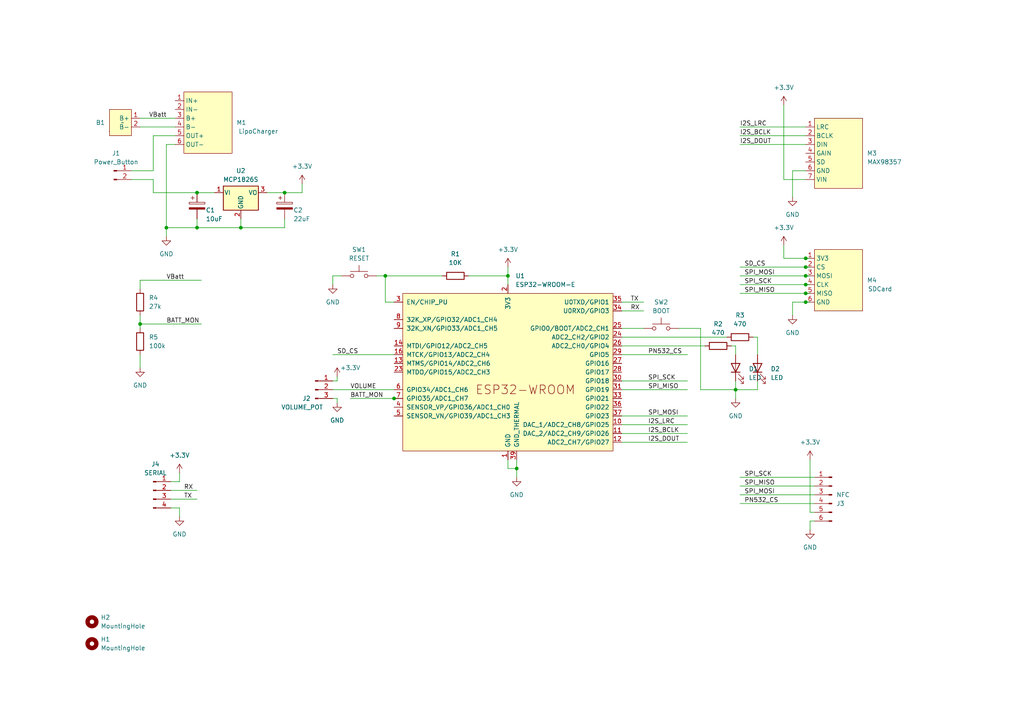
<source format=kicad_sch>
(kicad_sch (version 20231120) (generator "eeschema") (generator_version "8.0")
  (paper "A4")
  (lib_symbols
    (symbol "Connector:Conn_01x02_Pin" (pin_names (offset 1.016) hide)
      (property "Reference" "J" (at 0 2.54 0))
      (property "Value" "Conn_01x02_Pin" (at 0 -5.08 0))
      (symbol "Conn_01x02_Pin_1_1"
        (polyline (pts (xy 1.27 -2.54) (xy 0.8636 -2.54)) (stroke (width 0.1524)))
        (polyline (pts (xy 1.27 0) (xy 0.8636 0)) (stroke (width 0.1524)))
        (rectangle (start 0.8636 -2.413) (end 0 -2.667) (stroke (width 0.1524)) (fill (type outline)))
        (rectangle (start 0.8636 0.127) (end 0 -0.127) (stroke (width 0.1524)) (fill (type outline)))
        (pin passive line (at 5.08 0 180) (length 3.81) (name "Pin_1") (number "1"))
        (pin passive line (at 5.08 -2.54 180) (length 3.81) (name "Pin_2") (number "2"))
      )
    )
    (symbol "Connector:Conn_01x03_Pin" (pin_names (offset 1.016) hide)
      (property "Reference" "J" (at 0 5.08 0))
      (property "Value" "Conn_01x03_Pin" (at 0 -5.08 0))
      (symbol "Conn_01x03_Pin_1_1"
        (polyline (pts (xy 1.27 -2.54) (xy 0.8636 -2.54)) (stroke (width 0.1524)))
        (polyline (pts (xy 1.27 0) (xy 0.8636 0)) (stroke (width 0.1524)))
        (polyline (pts (xy 1.27 2.54) (xy 0.8636 2.54)) (stroke (width 0.1524)))
        (rectangle (start 0.8636 -2.413) (end 0 -2.667) (stroke (width 0.1524)) (fill (type outline)))
        (rectangle (start 0.8636 0.127) (end 0 -0.127) (stroke (width 0.1524)) (fill (type outline)))
        (rectangle (start 0.8636 2.667) (end 0 2.413) (stroke (width 0.1524)) (fill (type outline)))
        (pin passive line (at 5.08 2.54 180) (length 3.81) (name "Pin_1") (number "1"))
        (pin passive line (at 5.08 0 180) (length 3.81) (name "Pin_2") (number "2"))
        (pin passive line (at 5.08 -2.54 180) (length 3.81) (name "Pin_3") (number "3"))
      )
    )
    (symbol "Connector:Conn_01x04_Pin" (pin_names (offset 1.016) hide)
      (property "Reference" "J" (at 0 5.08 0))
      (property "Value" "Conn_01x04_Pin" (at 0 -7.62 0))
      (symbol "Conn_01x04_Pin_1_1"
        (polyline (pts (xy 1.27 -5.08) (xy 0.8636 -5.08)) (stroke (width 0.1524)))
        (polyline (pts (xy 1.27 -2.54) (xy 0.8636 -2.54)) (stroke (width 0.1524)))
        (polyline (pts (xy 1.27 0) (xy 0.8636 0)) (stroke (width 0.1524)))
        (polyline (pts (xy 1.27 2.54) (xy 0.8636 2.54)) (stroke (width 0.1524)))
        (rectangle (start 0.8636 -4.953) (end 0 -5.207) (stroke (width 0.1524)) (fill (type outline)))
        (rectangle (start 0.8636 -2.413) (end 0 -2.667) (stroke (width 0.1524)) (fill (type outline)))
        (rectangle (start 0.8636 0.127) (end 0 -0.127) (stroke (width 0.1524)) (fill (type outline)))
        (rectangle (start 0.8636 2.667) (end 0 2.413) (stroke (width 0.1524)) (fill (type outline)))
        (pin passive line (at 5.08 2.54 180) (length 3.81) (name "Pin_1") (number "1"))
        (pin passive line (at 5.08 0 180) (length 3.81) (name "Pin_2") (number "2"))
        (pin passive line (at 5.08 -2.54 180) (length 3.81) (name "Pin_3") (number "3"))
        (pin passive line (at 5.08 -5.08 180) (length 3.81) (name "Pin_4") (number "4"))
      )
    )
    (symbol "Connector:Conn_01x06_Pin" (pin_names (offset 1.016) hide)
      (property "Reference" "J" (at 0 7.62 0))
      (property "Value" "Conn_01x06_Pin" (at 0 -10.16 0))
      (symbol "Conn_01x06_Pin_1_1"
        (polyline (pts (xy 1.27 -7.62) (xy 0.8636 -7.62)) (stroke (width 0.1524)))
        (polyline (pts (xy 1.27 -5.08) (xy 0.8636 -5.08)) (stroke (width 0.1524)))
        (polyline (pts (xy 1.27 -2.54) (xy 0.8636 -2.54)) (stroke (width 0.1524)))
        (polyline (pts (xy 1.27 0) (xy 0.8636 0)) (stroke (width 0.1524)))
        (polyline (pts (xy 1.27 2.54) (xy 0.8636 2.54)) (stroke (width 0.1524)))
        (polyline (pts (xy 1.27 5.08) (xy 0.8636 5.08)) (stroke (width 0.1524)))
        (rectangle (start 0.8636 -7.493) (end 0 -7.747) (stroke (width 0.1524)) (fill (type outline)))
        (rectangle (start 0.8636 -4.953) (end 0 -5.207) (stroke (width 0.1524)) (fill (type outline)))
        (rectangle (start 0.8636 -2.413) (end 0 -2.667) (stroke (width 0.1524)) (fill (type outline)))
        (rectangle (start 0.8636 0.127) (end 0 -0.127) (stroke (width 0.1524)) (fill (type outline)))
        (rectangle (start 0.8636 2.667) (end 0 2.413) (stroke (width 0.1524)) (fill (type outline)))
        (rectangle (start 0.8636 5.207) (end 0 4.953) (stroke (width 0.1524)) (fill (type outline)))
        (pin passive line (at 5.08 5.08 180) (length 3.81) (name "Pin_1") (number "1"))
        (pin passive line (at 5.08 2.54 180) (length 3.81) (name "Pin_2") (number "2"))
        (pin passive line (at 5.08 0 180) (length 3.81) (name "Pin_3") (number "3"))
        (pin passive line (at 5.08 -2.54 180) (length 3.81) (name "Pin_4") (number "4"))
        (pin passive line (at 5.08 -5.08 180) (length 3.81) (name "Pin_5") (number "5"))
        (pin passive line (at 5.08 -7.62 180) (length 3.81) (name "Pin_6") (number "6"))
      )
    )
    (symbol "Device:C_Polarized" (pin_numbers hide) (pin_names (offset 0.254))
      (property "Reference" "C" (at 0.635 2.54 0))
      (property "Value" "C_Polarized" (at 0.635 -2.54 0))
      (symbol "C_Polarized_0_1"
        (rectangle (start -2.286 0.508) (end 2.286 1.016))
        (polyline (pts (xy -1.778 2.286) (xy -0.762 2.286)))
        (polyline (pts (xy -1.27 2.794) (xy -1.27 1.778)))
        (rectangle (start 2.286 -0.508) (end -2.286 -1.016) (fill (type outline)))
      )
      (symbol "C_Polarized_1_1"
        (pin passive line (at 0 3.81 270) (length 2.794) (name "~") (number "1"))
        (pin passive line (at 0 -3.81 90) (length 2.794) (name "~") (number "2"))
      )
    )
    (symbol "Device:LED" (pin_numbers hide) (pin_names (offset 1.016) hide)
      (property "Reference" "D" (at 0 2.54 0))
      (property "Value" "LED" (at 0 -2.54 0))
      (symbol "LED_0_1"
        (polyline (pts (xy -1.27 -1.27) (xy -1.27 1.27)) (stroke (width 0.254)))
        (polyline (pts (xy -1.27 0) (xy 1.27 0)))
        (polyline (pts (xy 1.27 -1.27) (xy 1.27 1.27) (xy -1.27 0) (xy 1.27 -1.27)) (stroke (width 0.254)))
        (polyline (pts (xy -3.048 -0.762) (xy -4.572 -2.286) (xy -3.81 -2.286) (xy -4.572 -2.286) (xy -4.572 -1.524)))
        (polyline (pts (xy -1.778 -0.762) (xy -3.302 -2.286) (xy -2.54 -2.286) (xy -3.302 -2.286) (xy -3.302 -1.524)))
      )
      (symbol "LED_1_1"
        (pin passive line (at -3.81 0 0) (length 2.54) (name "K") (number "1"))
        (pin passive line (at 3.81 0 180) (length 2.54) (name "A") (number "2"))
      )
    )
    (symbol "Device:R" (pin_numbers hide) (pin_names (offset 0))
      (property "Reference" "R" (at 2.032 0 90))
      (property "Value" "R" (at 0 0 90))
      (symbol "R_0_1"
        (rectangle (start -1.016 -2.54) (end 1.016 2.54) (stroke (width 0.254)))
      )
      (symbol "R_1_1"
        (pin passive line (at 0 3.81 270) (length 1.27) (name "~") (number "1"))
        (pin passive line (at 0 -3.81 90) (length 1.27) (name "~") (number "2"))
      )
    )
    (symbol "LD:Battery_Holder"
      (property "Reference" "B" (at 2.54 5.08 0))
      (symbol "Battery_Holder_0_1"
        (rectangle (start 3.81 -2.54) (end 3.81 -2.54))
        (rectangle (start 3.81 -2.54) (end 3.81 -2.54))
      )
      (symbol "Battery_Holder_1_1"
        (rectangle (start -2.54 3.81) (end 3.81 -3.81) (fill (type background)))
        (pin output line (at -5.08 1.27 0) (length 2.54) (name "B+") (number "1"))
        (pin output line (at -5.08 -1.27 0) (length 2.54) (name "B-") (number "2"))
      )
    )
    (symbol "LD:LipoCharger_Module"
      (property "Reference" "M" (at 5.08 10.16 0))
      (symbol "LipoCharger_Module_1_1"
        (rectangle (start -6.35 8.89) (end 7.62 -8.89) (fill (type background)))
        (pin input line (at -8.89 6.35 0) (length 2.54) (name "IN+") (number "1"))
        (pin input line (at -8.89 3.81 0) (length 2.54) (name "IN-") (number "2"))
        (pin input line (at -8.89 1.27 0) (length 2.54) (name "B+") (number "3"))
        (pin input line (at -8.89 -1.27 0) (length 2.54) (name "B-") (number "4"))
        (pin output line (at -8.89 -3.81 0) (length 2.54) (name "OUT+") (number "5"))
        (pin input line (at -8.89 -6.35 0) (length 2.54) (name "OUT-") (number "6"))
      )
    )
    (symbol "LD:MAX98357_Module"
      (property "Reference" "M" (at 5.08 10.16 0))
      (symbol "MAX98357_Module_1_1"
        (rectangle (start -6.35 8.89) (end 7.62 -11.43) (fill (type background)))
        (pin input line (at -8.89 6.35 0) (length 2.54) (name "LRC") (number "1"))
        (pin input line (at -8.89 3.81 0) (length 2.54) (name "BCLK") (number "2"))
        (pin input line (at -8.89 1.27 0) (length 2.54) (name "DIN") (number "3"))
        (pin input line (at -8.89 -1.27 0) (length 2.54) (name "GAIN") (number "4"))
        (pin input line (at -8.89 -3.81 0) (length 2.54) (name "SD") (number "5"))
        (pin input line (at -8.89 -6.35 0) (length 2.54) (name "GND") (number "6"))
        (pin input line (at -8.89 -8.89 0) (length 2.54) (name "VIN") (number "7"))
      )
    )
    (symbol "LD:MicroSD_Module"
      (property "Reference" "M" (at 5.08 10.16 0))
      (symbol "MicroSD_Module_1_1"
        (rectangle (start -5.08 8.89) (end 8.89 -8.89) (fill (type background)))
        (pin input line (at -7.62 6.35 0) (length 2.54) (name "3V3") (number "1"))
        (pin input line (at -7.62 3.81 0) (length 2.54) (name "CS") (number "2"))
        (pin input line (at -7.62 1.27 0) (length 2.54) (name "MOSI") (number "3"))
        (pin input line (at -7.62 -1.27 0) (length 2.54) (name "CLK") (number "4"))
        (pin output line (at -7.62 -3.81 0) (length 2.54) (name "MISO") (number "5"))
        (pin input line (at -7.62 -6.35 0) (length 2.54) (name "GND") (number "6"))
      )
    )
    (symbol "Mechanical:MountingHole" (pin_names (offset 1.016))
      (property "Reference" "H" (at 0 5.08 0))
      (property "Value" "MountingHole" (at 0 3.175 0))
      (symbol "MountingHole_0_1"
        (circle (center 0 0) (radius 1.27) (stroke (width 1.27)))
      )
    )
    (symbol "PCM_Espressif:ESP32-WROOM-E" (pin_names (offset 1.016))
      (property "Reference" "U" (at -30.48 27.94 0))
      (property "Value" "ESP32-WROOM-E" (at -30.48 25.4 0))
      (symbol "ESP32-WROOM-E_0_1"
        (rectangle (start -30.48 22.86) (end 30.48 -22.86) (fill (type background)))
      )
      (symbol "ESP32-WROOM-E_1_1"
        (text "ESP32-­WROOM­" (at 5.08 -5.08 0) (effects (font (size 2.54 2.54))))
        (pin power_in line (at 0 -25.4 90) (length 2.54) (name "GND") (number "1"))
        (pin bidirectional line (at 33.02 -15.24 180) (length 2.54) (name "DAC_1/ADC2_CH8/GPIO25") (number "10"))
        (pin bidirectional line (at 33.02 -17.78 180) (length 2.54) (name "DAC_2/ADC2_CH9/GPIO26") (number "11"))
        (pin bidirectional line (at 33.02 -20.32 180) (length 2.54) (name "ADC2_CH7/GPIO27") (number "12"))
        (pin bidirectional line (at -33.02 2.54 0) (length 2.54) (name "MTMS/GPIO14/ADC2_CH6") (number "13"))
        (pin bidirectional line (at -33.02 7.62 0) (length 2.54) (name "MTDI/GPIO12/ADC2_CH5") (number "14"))
        (pin passive line (at 0 -25.4 90) (length 2.54) hide (name "GND") (number "15"))
        (pin bidirectional line (at -33.02 5.08 0) (length 2.54) (name "MTCK/GPIO13/ADC2_CH4") (number "16"))
        (pin power_in line (at 0 25.4 270) (length 2.54) (name "3V3") (number "2"))
        (pin bidirectional line (at -33.02 0 0) (length 2.54) (name "MTDO/GPIO15/ADC2_CH3") (number "23"))
        (pin bidirectional line (at 33.02 10.16 180) (length 2.54) (name "ADC2_CH2/GPIO2") (number "24"))
        (pin bidirectional line (at 33.02 12.7 180) (length 2.54) (name "GPIO0/BOOT/ADC2_CH1") (number "25"))
        (pin bidirectional line (at 33.02 7.62 180) (length 2.54) (name "ADC2_CH0/GPIO4") (number "26"))
        (pin bidirectional line (at 33.02 2.54 180) (length 2.54) (name "GPIO16") (number "27"))
        (pin bidirectional line (at 33.02 0 180) (length 2.54) (name "GPIO17") (number "28"))
        (pin bidirectional line (at 33.02 5.08 180) (length 2.54) (name "GPIO5") (number "29"))
        (pin input line (at -33.02 20.32 0) (length 2.54) (name "EN/CHIP_PU") (number "3"))
        (pin bidirectional line (at 33.02 -2.54 180) (length 2.54) (name "GPIO18") (number "30"))
        (pin bidirectional line (at 33.02 -5.08 180) (length 2.54) (name "GPIO19") (number "31"))
        (pin bidirectional line (at 33.02 -7.62 180) (length 2.54) (name "GPIO21") (number "33"))
        (pin bidirectional line (at 33.02 17.78 180) (length 2.54) (name "U0RXD/GPIO3") (number "34"))
        (pin bidirectional line (at 33.02 20.32 180) (length 2.54) (name "U0TXD/GPIO1") (number "35"))
        (pin bidirectional line (at 33.02 -10.16 180) (length 2.54) (name "GPIO22") (number "36"))
        (pin bidirectional line (at 33.02 -12.7 180) (length 2.54) (name "GPIO23") (number "37"))
        (pin passive line (at 0 -25.4 90) (length 2.54) hide (name "GND") (number "38"))
        (pin power_in line (at 2.54 -25.4 90) (length 2.54) (name "GND_THERMAL") (number "39"))
        (pin input line (at -33.02 -10.16 0) (length 2.54) (name "SENSOR_VP/GPIO36/ADC1_CH0") (number "4"))
        (pin input line (at -33.02 -12.7 0) (length 2.54) (name "SENSOR_VN/GPIO39/ADC1_CH3") (number "5"))
        (pin input line (at -33.02 -5.08 0) (length 2.54) (name "GPIO34/ADC1_CH6") (number "6"))
        (pin input line (at -33.02 -7.62 0) (length 2.54) (name "GPIO35/ADC1_CH7") (number "7"))
        (pin bidirectional line (at -33.02 15.24 0) (length 2.54) (name "32K_XP/GPIO32/ADC1_CH4") (number "8"))
        (pin bidirectional line (at -33.02 12.7 0) (length 2.54) (name "32K_XN/GPIO33/ADC1_CH5") (number "9"))
      )
    )
    (symbol "Regulator_Linear:MCP1826S" (pin_names (offset 0.254))
      (property "Reference" "U" (at -3.81 3.175 0))
      (property "Value" "MCP1826S" (at 0 3.175 0))
      (symbol "MCP1826S_0_1"
        (rectangle (start -5.08 1.905) (end 5.08 -5.08) (stroke (width 0.254)) (fill (type background)))
      )
      (symbol "MCP1826S_1_1"
        (pin power_in line (at -7.62 0 0) (length 2.54) (name "VI") (number "1"))
        (pin power_in line (at 0 -7.62 90) (length 2.54) (name "GND") (number "2"))
        (pin power_out line (at 7.62 0 180) (length 2.54) (name "VO") (number "3"))
      )
    )
    (symbol "Switch:SW_Push" (pin_numbers hide) (pin_names (offset 1.016) hide)
      (property "Reference" "SW" (at 1.27 2.54 0))
      (property "Value" "SW_Push" (at 0 -1.524 0))
      (symbol "SW_Push_0_1"
        (circle (center -2.032 0) (radius 0.508))
        (polyline (pts (xy 0 1.27) (xy 0 3.048)))
        (polyline (pts (xy 2.54 1.27) (xy -2.54 1.27)))
        (circle (center 2.032 0) (radius 0.508))
        (pin passive line (at -5.08 0 0) (length 2.54) (name "1") (number "1"))
        (pin passive line (at 5.08 0 180) (length 2.54) (name "2") (number "2"))
      )
    )
    (symbol "power:+3.3V" (power) (pin_names (offset 0))
      (property "Value" "+3.3V" (at 0 3.556 0))
      (symbol "+3.3V_0_1"
        (polyline (pts (xy -0.762 1.27) (xy 0 2.54)))
        (polyline (pts (xy 0 0) (xy 0 2.54)))
        (polyline (pts (xy 0 2.54) (xy 0.762 1.27)))
      )
      (symbol "+3.3V_1_1"
        (pin power_in line (at 0 0 90) (length 0) hide (name "+3.3V") (number "1"))
      )
    )
    (symbol "power:GND" (power) (pin_names (offset 0))
      (property "Value" "GND" (at 0 -3.81 0))
      (symbol "GND_0_1"
        (polyline (pts (xy 0 0) (xy 0 -1.27) (xy 1.27 -1.27) (xy 0 -2.54) (xy -1.27 -1.27) (xy 0 -1.27)))
      )
      (symbol "GND_1_1"
        (pin power_in line (at 0 0 270) (length 0) hide (name "GND") (number "1"))
      )
    )
  )
  (junction (at 233.68 80.01))
  (junction (at 213.36 113.03))
  (junction (at 233.68 82.55))
  (junction (at 114.3 115.57))
  (junction (at 233.68 77.47))
  (junction (at 40.64 93.98))
  (junction (at 233.68 87.63))
  (junction (at 233.68 85.09))
  (junction (at 233.68 74.93))
  (junction (at 82.55 55.88))
  (junction (at 69.85 66.04))
  (junction (at 149.86 135.89))
  (junction (at 57.15 66.04))
  (junction (at 147.32 80.01))
  (junction (at 111.76 80.01))
  (junction (at 48.26 66.04))
  (junction (at 57.15 55.88))
  (wire (pts (xy 214.63 146.05) (xy 236.22 146.05)))
  (wire (pts (xy 180.34 90.17) (xy 186.69 90.17)))
  (wire (pts (xy 180.34 97.79) (xy 210.82 97.79)))
  (wire (pts (xy 44.45 55.88) (xy 57.15 55.88)))
  (wire (pts (xy 52.07 147.32) (xy 52.07 149.86)))
  (wire (pts (xy 229.87 87.63) (xy 229.87 91.44)))
  (wire (pts (xy 214.63 39.37) (xy 233.68 39.37)))
  (wire (pts (xy 180.34 100.33) (xy 204.47 100.33)))
  (wire (pts (xy 233.68 52.07) (xy 227.33 52.07)))
  (wire (pts (xy 233.68 87.63) (xy 229.87 87.63)))
  (wire (pts (xy 180.34 120.65) (xy 199.39 120.65)))
  (wire (pts (xy 82.55 55.88) (xy 87.63 55.88)))
  (wire (pts (xy 40.64 83.82) (xy 40.64 81.28)))
  (wire (pts (xy 180.34 125.73) (xy 199.39 125.73)))
  (wire (pts (xy 97.79 110.49) (xy 97.79 109.22)))
  (wire (pts (xy 111.76 87.63) (xy 114.3 87.63)))
  (wire (pts (xy 214.63 85.09) (xy 233.68 85.09)))
  (wire (pts (xy 180.34 102.87) (xy 199.39 102.87)))
  (wire (pts (xy 40.64 34.29) (xy 50.8 34.29)))
  (wire (pts (xy 234.95 151.13) (xy 236.22 151.13)))
  (wire (pts (xy 213.36 100.33) (xy 212.09 100.33)))
  (wire (pts (xy 214.63 82.55) (xy 233.68 82.55)))
  (wire (pts (xy 96.52 113.03) (xy 114.3 113.03)))
  (wire (pts (xy 97.79 115.57) (xy 97.79 116.84)))
  (wire (pts (xy 49.53 144.78) (xy 57.15 144.78)))
  (wire (pts (xy 49.53 142.24) (xy 57.15 142.24)))
  (wire (pts (xy 234.95 87.63) (xy 233.68 87.63)))
  (wire (pts (xy 62.23 55.88) (xy 57.15 55.88)))
  (wire (pts (xy 40.64 36.83) (xy 50.8 36.83)))
  (wire (pts (xy 40.64 93.98) (xy 58.42 93.98)))
  (wire (pts (xy 213.36 110.49) (xy 213.36 113.03)))
  (wire (pts (xy 49.53 139.7) (xy 52.07 139.7)))
  (wire (pts (xy 214.63 140.97) (xy 236.22 140.97)))
  (wire (pts (xy 219.71 97.79) (xy 219.71 102.87)))
  (wire (pts (xy 52.07 139.7) (xy 52.07 137.16)))
  (wire (pts (xy 82.55 66.04) (xy 82.55 63.5)))
  (wire (pts (xy 44.45 39.37) (xy 44.45 49.53)))
  (wire (pts (xy 214.63 77.47) (xy 233.68 77.47)))
  (wire (pts (xy 229.87 49.53) (xy 229.87 57.15)))
  (wire (pts (xy 180.34 123.19) (xy 199.39 123.19)))
  (wire (pts (xy 38.1 52.07) (xy 44.45 52.07)))
  (wire (pts (xy 96.52 115.57) (xy 97.79 115.57)))
  (wire (pts (xy 234.95 74.93) (xy 233.68 74.93)))
  (wire (pts (xy 213.36 113.03) (xy 219.71 113.03)))
  (wire (pts (xy 180.34 95.25) (xy 186.69 95.25)))
  (wire (pts (xy 147.32 135.89) (xy 149.86 135.89)))
  (wire (pts (xy 214.63 143.51) (xy 236.22 143.51)))
  (wire (pts (xy 40.64 91.44) (xy 40.64 93.98)))
  (wire (pts (xy 128.27 80.01) (xy 111.76 80.01)))
  (wire (pts (xy 99.06 80.01) (xy 96.52 80.01)))
  (wire (pts (xy 234.95 148.59) (xy 234.95 133.35)))
  (wire (pts (xy 219.71 110.49) (xy 219.71 113.03)))
  (wire (pts (xy 87.63 53.34) (xy 87.63 55.88)))
  (wire (pts (xy 48.26 66.04) (xy 57.15 66.04)))
  (wire (pts (xy 180.34 128.27) (xy 199.39 128.27)))
  (wire (pts (xy 40.64 93.98) (xy 40.64 95.25)))
  (wire (pts (xy 40.64 81.28) (xy 58.42 81.28)))
  (wire (pts (xy 203.2 95.25) (xy 203.2 113.03)))
  (wire (pts (xy 48.26 66.04) (xy 48.26 68.58)))
  (wire (pts (xy 147.32 80.01) (xy 147.32 82.55)))
  (wire (pts (xy 111.76 80.01) (xy 111.76 87.63)))
  (wire (pts (xy 48.26 41.91) (xy 48.26 66.04)))
  (wire (pts (xy 214.63 138.43) (xy 236.22 138.43)))
  (wire (pts (xy 49.53 147.32) (xy 52.07 147.32)))
  (wire (pts (xy 233.68 49.53) (xy 229.87 49.53)))
  (wire (pts (xy 96.52 110.49) (xy 97.79 110.49)))
  (wire (pts (xy 44.45 52.07) (xy 44.45 55.88)))
  (wire (pts (xy 50.8 41.91) (xy 48.26 41.91)))
  (wire (pts (xy 180.34 113.03) (xy 199.39 113.03)))
  (wire (pts (xy 149.86 135.89) (xy 149.86 138.43)))
  (wire (pts (xy 227.33 52.07) (xy 227.33 30.48)))
  (wire (pts (xy 180.34 110.49) (xy 199.39 110.49)))
  (wire (pts (xy 214.63 80.01) (xy 233.68 80.01)))
  (wire (pts (xy 101.6 115.57) (xy 114.3 115.57)))
  (wire (pts (xy 77.47 55.88) (xy 82.55 55.88)))
  (wire (pts (xy 233.68 82.55) (xy 234.95 82.55)))
  (wire (pts (xy 233.68 77.47) (xy 234.95 77.47)))
  (wire (pts (xy 203.2 113.03) (xy 213.36 113.03)))
  (wire (pts (xy 233.68 80.01) (xy 234.95 80.01)))
  (wire (pts (xy 149.86 133.35) (xy 149.86 135.89)))
  (wire (pts (xy 213.36 100.33) (xy 213.36 102.87)))
  (wire (pts (xy 234.95 148.59) (xy 236.22 148.59)))
  (wire (pts (xy 57.15 63.5) (xy 57.15 66.04)))
  (wire (pts (xy 40.64 102.87) (xy 40.64 106.68)))
  (wire (pts (xy 57.15 66.04) (xy 69.85 66.04)))
  (wire (pts (xy 115.57 115.57) (xy 114.3 115.57)))
  (wire (pts (xy 147.32 133.35) (xy 147.32 135.89)))
  (wire (pts (xy 69.85 66.04) (xy 82.55 66.04)))
  (wire (pts (xy 213.36 113.03) (xy 213.36 115.57)))
  (wire (pts (xy 96.52 102.87) (xy 114.3 102.87)))
  (wire (pts (xy 109.22 80.01) (xy 111.76 80.01)))
  (wire (pts (xy 218.44 97.79) (xy 219.71 97.79)))
  (wire (pts (xy 233.68 85.09) (xy 234.95 85.09)))
  (wire (pts (xy 147.32 77.47) (xy 147.32 80.01)))
  (wire (pts (xy 50.8 39.37) (xy 44.45 39.37)))
  (wire (pts (xy 96.52 80.01) (xy 96.52 82.55)))
  (wire (pts (xy 214.63 41.91) (xy 233.68 41.91)))
  (wire (pts (xy 196.85 95.25) (xy 203.2 95.25)))
  (wire (pts (xy 44.45 49.53) (xy 38.1 49.53)))
  (wire (pts (xy 233.68 74.93) (xy 227.33 74.93)))
  (wire (pts (xy 234.95 151.13) (xy 234.95 153.67)))
  (wire (pts (xy 69.85 66.04) (xy 69.85 63.5)))
  (wire (pts (xy 227.33 74.93) (xy 227.33 71.12)))
  (wire (pts (xy 135.89 80.01) (xy 147.32 80.01)))
  (wire (pts (xy 180.34 87.63) (xy 186.69 87.63)))
  (wire (pts (xy 214.63 36.83) (xy 233.68 36.83)))
  (label "BATT_MON" (at 48.26 93.98 0))
  (label "SPI_MISO" (at 215.9 140.97 0))
  (label "SPI_MISO" (at 215.9 85.09 0))
  (label "I2S_LRC" (at 187.96 123.19 0))
  (label "I2S_DOUT" (at 214.63 41.91 0))
  (label "PN532_CS" (at 187.96 102.87 0))
  (label "I2S_BCLK" (at 214.63 39.37 0))
  (label "SPI_SCK" (at 187.96 110.49 0))
  (label "SPI_MOSI" (at 215.9 143.51 0))
  (label "SPI_SCK" (at 215.9 138.43 0))
  (label "I2S_LRC" (at 214.63 36.83 0))
  (label "SPI_MISO" (at 187.96 113.03 0))
  (label "SD_CS" (at 215.9 77.47 0))
  (label "SPI_MOSI" (at 215.9 80.01 0))
  (label "TX" (at 182.88 87.63 0))
  (label "BATT_MON" (at 101.6 115.57 0))
  (label "SD_CS" (at 97.79 102.87 0))
  (label "SPI_MOSI" (at 187.96 120.65 0))
  (label "RX" (at 182.88 90.17 0))
  (label "VOLUME" (at 101.6 113.03 0))
  (label "RX" (at 53.34 142.24 0))
  (label "TX" (at 53.34 144.78 0))
  (label "VBatt" (at 48.26 81.28 0))
  (label "I2S_DOUT" (at 187.96 128.27 0))
  (label "I2S_BCLK" (at 187.96 125.73 0))
  (label "VBatt" (at 43.18 34.29 0))
  (label "SPI_SCK" (at 215.9 82.55 0))
  (label "PN532_CS" (at 215.9 146.05 0))
  (symbol (lib_id "power:GND") (at 40.64 106.68 0) (unit 1)
    (property "Reference" "#PWR015" (effects (hide yes)))
    (property "Value" "GND" (at 40.64 111.76 0))
  )
  (symbol (lib_id "power:GND") (at 234.95 153.67 0) (unit 1)
    (property "Reference" "#PWR013" (effects (hide yes)))
    (property "Value" "GND" (at 234.95 158.75 0))
  )
  (symbol (lib_id "Connector:Conn_01x03_Pin") (at 91.44 113.03 0) (unit 1)
    (property "Reference" "J2" (at 88.9 115.57 0))
    (property "Value" "VOLUME_POT" (at 87.63 118.11 0))
    (property "Footprint" "Connector_PinHeader_2.54mm:PinHeader_1x03_P2.54mm_Vertical" (effects (hide yes)))
  )
  (symbol (lib_id "power:+3.3V") (at 97.79 109.22 0) (unit 1)
    (property "Reference" "#PWR011" (effects (hide yes)))
    (property "Value" "+3.3V" (at 101.6 106.68 0))
  )
  (symbol (lib_id "Device:R") (at 208.28 100.33 90) (unit 1)
    (property "Reference" "R2" (at 208.28 93.98 90))
    (property "Value" "470" (at 208.28 96.52 90))
    (property "Footprint" "Resistor_THT:R_Axial_DIN0207_L6.3mm_D2.5mm_P2.54mm_Vertical" (effects (hide yes)))
  )
  (symbol (lib_id "power:GND") (at 48.26 68.58 0) (unit 1)
    (property "Reference" "#PWR01" (effects (hide yes)))
    (property "Value" "GND" (at 48.26 73.66 0))
  )
  (symbol (lib_id "power:GND") (at 213.36 115.57 0) (unit 1)
    (property "Reference" "#PWR012" (effects (hide yes)))
    (property "Value" "GND" (at 213.36 120.65 0))
  )
  (symbol (lib_id "LD:Battery_Holder") (at 35.56 35.56 0) (mirror y) (unit 1)
    (property "Reference" "B1" (at 30.48 35.56 0) (effects (justify left)))
    (property "Value" "~" (at 35.56 35.56 0))
    (property "Footprint" "LD:Battery_Holder" (effects (hide yes)))
  )
  (symbol (lib_id "LD:LipoCharger_Module") (at 59.69 35.56 0) (unit 1)
    (property "Reference" "M1" (at 68.58 35.56 0) (effects (justify left)))
    (property "Value" "LipoCharger" (at 74.93 38.1 0))
    (property "Footprint" "LD:LipoCharger_Module" (effects (hide yes)))
  )
  (symbol (lib_id "power:+3.3V") (at 147.32 77.47 0) (unit 1)
    (property "Reference" "#PWR04" (effects (hide yes)))
    (property "Value" "+3.3V" (at 147.32 72.39 0))
  )
  (symbol (lib_id "Device:R") (at 40.64 99.06 180) (unit 1)
    (property "Reference" "R5" (at 43.18 97.79 0) (effects (justify right)))
    (property "Value" "100k" (at 43.18 100.33 0) (effects (justify right)))
    (property "Footprint" "Resistor_THT:R_Axial_DIN0207_L6.3mm_D2.5mm_P2.54mm_Vertical" (effects (hide yes)))
  )
  (symbol (lib_id "power:GND") (at 229.87 91.44 0) (unit 1)
    (property "Reference" "#PWR08" (effects (hide yes)))
    (property "Value" "GND" (at 229.87 96.52 0))
  )
  (symbol (lib_id "Switch:SW_Push") (at 104.14 80.01 0) (unit 1)
    (property "Reference" "SW1" (at 104.14 72.39 0))
    (property "Value" "RESET" (at 104.14 74.93 0))
    (property "Footprint" "Button_Switch_THT:SW_PUSH_6mm_H5mm" (effects (hide yes)))
  )
  (symbol (lib_id "LD:MicroSD_Module") (at 241.3 81.28 0) (unit 1)
    (property "Reference" "M4" (at 251.46 81.28 0) (effects (justify left)))
    (property "Value" "SDCard" (at 255.27 83.82 0))
    (property "Footprint" "LD:MicroSD_Module" (effects (hide yes)))
  )
  (symbol (lib_id "power:+3.3V") (at 52.07 137.16 0) (unit 1)
    (property "Reference" "#PWR016" (effects (hide yes)))
    (property "Value" "+3.3V" (at 52.07 132.08 0))
  )
  (symbol (lib_id "Mechanical:MountingHole") (at 26.67 186.69 0) (unit 1)
    (property "Reference" "H1" (at 29.21 185.42 0) (effects (justify left)))
    (property "Value" "MountingHole" (at 29.21 187.96 0) (effects (justify left)))
    (property "Footprint" "MountingHole:MountingHole_3.2mm_M3" (effects (hide yes)))
  )
  (symbol (lib_id "Device:R") (at 214.63 97.79 90) (unit 1)
    (property "Reference" "R3" (at 214.63 91.44 90))
    (property "Value" "470" (at 214.63 93.98 90))
    (property "Footprint" "Resistor_THT:R_Axial_DIN0207_L6.3mm_D2.5mm_P2.54mm_Vertical" (effects (hide yes)))
  )
  (symbol (lib_id "power:GND") (at 96.52 82.55 0) (unit 1)
    (property "Reference" "#PWR05" (effects (hide yes)))
    (property "Value" "GND" (at 96.52 87.63 0))
  )
  (symbol (lib_id "Device:LED") (at 213.36 106.68 90) (unit 1)
    (property "Reference" "D1" (at 217.17 106.9975 90) (effects (justify right)))
    (property "Value" "LED" (at 217.17 109.5375 90) (effects (justify right)))
    (property "Footprint" "LED_THT:LED_D5.0mm_Horizontal_O1.27mm_Z9.0mm" (effects (hide yes)))
  )
  (symbol (lib_id "Device:LED") (at 219.71 106.68 90) (unit 1)
    (property "Reference" "D2" (at 223.52 106.9975 90) (effects (justify right)))
    (property "Value" "LED" (at 223.52 109.5375 90) (effects (justify right)))
    (property "Footprint" "LED_THT:LED_D5.0mm_Horizontal_O1.27mm_Z9.0mm" (effects (hide yes)))
  )
  (symbol (lib_id "Connector:Conn_01x04_Pin") (at 44.45 142.24 0) (unit 1)
    (property "Reference" "J4" (at 45.085 134.62 0))
    (property "Value" "SERIAL" (at 45.085 137.16 0))
    (property "Footprint" "Connector_PinHeader_2.54mm:PinHeader_1x04_P2.54mm_Vertical" (effects (hide yes)))
  )
  (symbol (lib_id "power:+3.3V") (at 234.95 133.35 0) (unit 1)
    (property "Reference" "#PWR014" (effects (hide yes)))
    (property "Value" "+3.3V" (at 234.95 128.27 0))
  )
  (symbol (lib_id "Switch:SW_Push") (at 191.77 95.25 0) (unit 1)
    (property "Reference" "SW2" (at 191.77 87.63 0))
    (property "Value" "BOOT" (at 191.77 90.17 0))
    (property "Footprint" "Button_Switch_THT:SW_PUSH_6mm_H5mm" (effects (hide yes)))
  )
  (symbol (lib_id "power:GND") (at 229.87 57.15 0) (unit 1)
    (property "Reference" "#PWR06" (effects (hide yes)))
    (property "Value" "GND" (at 229.87 62.23 0))
  )
  (symbol (lib_id "power:GND") (at 97.79 116.84 0) (unit 1)
    (property "Reference" "#PWR010" (effects (hide yes)))
    (property "Value" "GND" (at 97.79 121.92 0))
  )
  (symbol (lib_id "Regulator_Linear:MCP1826S") (at 69.85 55.88 0) (unit 1)
    (property "Reference" "U2" (at 69.85 49.53 0))
    (property "Value" "MCP1826S" (at 69.85 52.07 0))
    (property "Footprint" "Package_TO_SOT_THT:TO-220-3_Vertical" (effects (hide yes)))
    (property "Datasheet" "http://ww1.microchip.com/downloads/en/DeviceDoc/22057B.pdf" (effects (hide yes)))
    (property "Description" "1000mA, Low-Voltage, Low Quiescent Current LDO Regulator, SOT-223, TO-220, TO-263" (effects (hide yes)))
  )
  (symbol (lib_id "Device:R") (at 40.64 87.63 180) (unit 1)
    (property "Reference" "R4" (at 43.18 86.36 0) (effects (justify right)))
    (property "Value" "27k" (at 43.18 88.9 0) (effects (justify right)))
    (property "Footprint" "Resistor_THT:R_Axial_DIN0207_L6.3mm_D2.5mm_P2.54mm_Vertical" (effects (hide yes)))
  )
  (symbol (lib_id "Mechanical:MountingHole") (at 26.67 180.34 0) (unit 1)
    (property "Reference" "H2" (at 29.21 179.07 0) (effects (justify left)))
    (property "Value" "MountingHole" (at 29.21 181.61 0) (effects (justify left)))
    (property "Footprint" "MountingHole:MountingHole_3.2mm_M3" (effects (hide yes)))
  )
  (symbol (lib_id "power:+3.3V") (at 227.33 30.48 0) (unit 1)
    (property "Reference" "#PWR02" (effects (hide yes)))
    (property "Value" "+3.3V" (at 227.33 25.4 0))
  )
  (symbol (lib_id "Connector:Conn_01x06_Pin") (at 241.3 143.51 0) (mirror y) (unit 1)
    (property "Reference" "J3" (at 242.57 146.05 0) (effects (justify right)))
    (property "Value" "NFC" (at 242.57 143.51 0) (effects (justify right)))
    (property "Footprint" "Connector_PinHeader_2.54mm:PinHeader_1x06_P2.54mm_Vertical" (effects (hide yes)))
  )
  (symbol (lib_id "Device:R") (at 132.08 80.01 90) (unit 1)
    (property "Reference" "R1" (at 132.08 73.66 90))
    (property "Value" "10K" (at 132.08 76.2 90))
    (property "Footprint" "Resistor_THT:R_Axial_DIN0207_L6.3mm_D2.5mm_P2.54mm_Vertical" (effects (hide yes)))
  )
  (symbol (lib_id "Connector:Conn_01x02_Pin") (at 33.02 49.53 0) (unit 1)
    (property "Reference" "J1" (at 33.655 44.45 0))
    (property "Value" "Power_Button" (at 33.655 46.99 0))
    (property "Footprint" "Connector_PinHeader_2.54mm:PinHeader_1x02_P2.54mm_Vertical" (effects (hide yes)))
  )
  (symbol (lib_id "power:+3.3V") (at 227.33 71.12 0) (unit 1)
    (property "Reference" "#PWR09" (effects (hide yes)))
    (property "Value" "+3.3V" (at 227.33 66.04 0))
  )
  (symbol (lib_id "Device:C_Polarized") (at 57.15 59.69 0) (unit 1)
    (property "Reference" "C1" (at 59.69 60.96 0) (effects (justify left)))
    (property "Value" "10uF" (at 59.69 63.5 0) (effects (justify left)))
    (property "Footprint" "Capacitor_THT:CP_Radial_D6.3mm_P2.50mm" (effects (hide yes)))
  )
  (symbol (lib_id "power:GND") (at 149.86 138.43 0) (unit 1)
    (property "Reference" "#PWR03" (effects (hide yes)))
    (property "Value" "GND" (at 149.86 143.51 0))
  )
  (symbol (lib_id "PCM_Espressif:ESP32-WROOM-E") (at 147.32 107.95 0) (unit 1)
    (property "Reference" "U1" (at 149.5141 80.01 0) (effects (justify left)))
    (property "Value" "ESP32-WROOM-E" (at 149.5141 82.55 0) (effects (justify left)))
    (property "Footprint" "PCM_Espressif:ESP32-WROOM-32E" (effects (hide yes)))
    (property "Datasheet" "https://www.espressif.com/sites/default/files/documentation/esp32-wroom-32e_esp32-wroom-32ue_datasheet_en.pdf" (effects (hide yes)))
  )
  (symbol (lib_id "power:+3.3V") (at 87.63 53.34 0) (unit 1)
    (property "Reference" "#PWR020" (effects (hide yes)))
    (property "Value" "+3.3V" (at 87.63 48.26 0))
  )
  (symbol (lib_id "LD:MAX98357_Module") (at 242.57 43.18 0) (unit 1)
    (property "Reference" "M3" (at 251.46 44.45 0) (effects (justify left)))
    (property "Value" "MAX98357" (at 256.54 46.99 0))
    (property "Footprint" "LD:MAX98357_Module" (effects (hide yes)))
  )
  (symbol (lib_id "Device:C_Polarized") (at 82.55 59.69 0) (unit 1)
    (property "Reference" "C2" (at 85.09 60.96 0) (effects (justify left)))
    (property "Value" "22uF" (at 85.09 63.5 0) (effects (justify left)))
    (property "Footprint" "Capacitor_THT:CP_Radial_D6.3mm_P2.50mm" (effects (hide yes)))
  )
  (symbol (lib_id "power:GND") (at 52.07 149.86 0) (unit 1)
    (property "Reference" "#PWR017" (effects (hide yes)))
    (property "Value" "GND" (at 52.07 154.94 0))
  )
)
</source>
